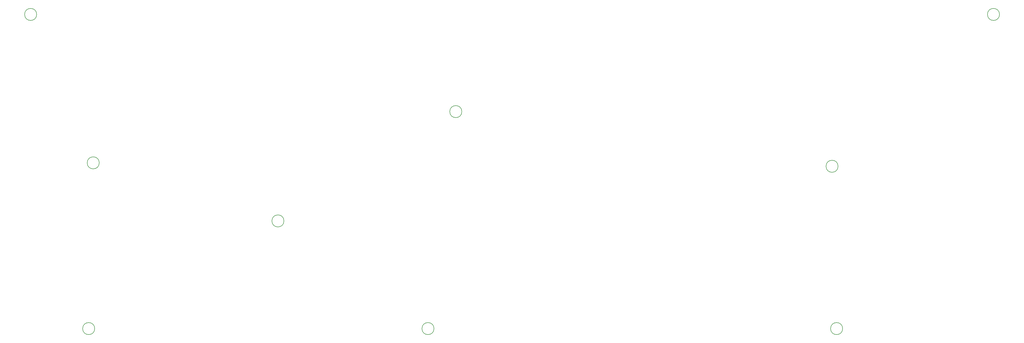
<source format=gbr>
%TF.GenerationSoftware,KiCad,Pcbnew,7.0.5*%
%TF.CreationDate,2023-06-08T14:54:28+02:00*%
%TF.ProjectId,verasity_PCB,76657261-7369-4747-995f-5043422e6b69,rev?*%
%TF.SameCoordinates,Original*%
%TF.FileFunction,Other,Comment*%
%FSLAX46Y46*%
G04 Gerber Fmt 4.6, Leading zero omitted, Abs format (unit mm)*
G04 Created by KiCad (PCBNEW 7.0.5) date 2023-06-08 14:54:28*
%MOMM*%
%LPD*%
G01*
G04 APERTURE LIST*
%ADD10C,0.150000*%
G04 APERTURE END LIST*
D10*
%TO.C,H8*%
X142593750Y72628125D02*
G75*
G03*
X142593750Y72628125I-2100000J0D01*
G01*
%TO.C,H6*%
X-5400000Y106500000D02*
G75*
G03*
X-5400000Y106500000I-2100000J0D01*
G01*
%TO.C,H2*%
X16387500Y54768750D02*
G75*
G03*
X16387500Y54768750I-2100000J0D01*
G01*
%TO.C,H1*%
X14800000Y-3000000D02*
G75*
G03*
X14800000Y-3000000I-2100000J0D01*
G01*
%TO.C,H7*%
X273562500Y53578125D02*
G75*
G03*
X273562500Y53578125I-2100000J0D01*
G01*
%TO.C,H5*%
X132910000Y-3000000D02*
G75*
G03*
X132910000Y-3000000I-2100000J0D01*
G01*
%TO.C,H9*%
X329760000Y106500000D02*
G75*
G03*
X329760000Y106500000I-2100000J0D01*
G01*
%TO.C,H3*%
X80681250Y34528125D02*
G75*
G03*
X80681250Y34528125I-2100000J0D01*
G01*
%TO.C,H4*%
X275150000Y-3000000D02*
G75*
G03*
X275150000Y-3000000I-2100000J0D01*
G01*
%TD*%
M02*

</source>
